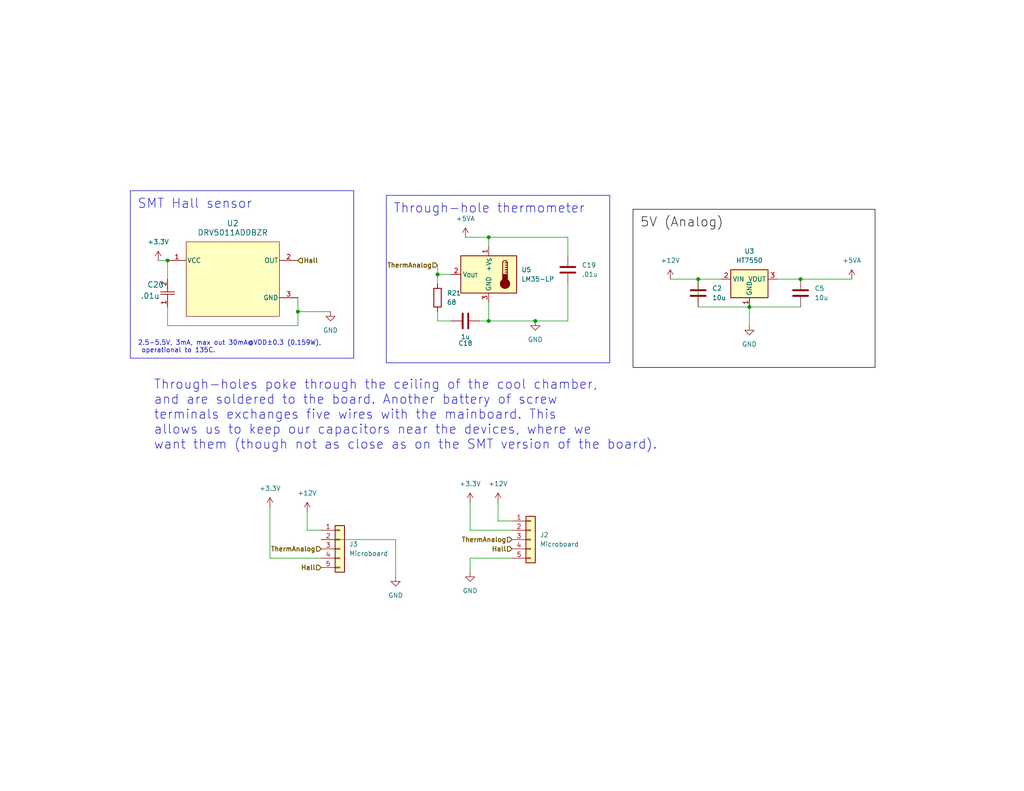
<source format=kicad_sch>
(kicad_sch (version 20231120) (generator "eeschema") (generator_version "8.0")
  (paper "USLetter")
  (title_block (title "dankdryer") (date "2025-02-01") (rev "1.4.0") (company "dirty south supercomputing") (comment 1 "nick black"))
  (lib_symbols
    (symbol "Connector_Generic:Conn_01x05" (pin_names (offset 1.016) hide)
      (property "Reference" "J" (at 0 7.62 0))
      (property "Value" "Conn_01x05" (at 0 -7.62 0))
      (symbol "Conn_01x05_1_1"
        (rectangle (start -1.27 -4.953) (end 0 -5.207) (stroke (width 0.1524)))
        (rectangle (start -1.27 -2.413) (end 0 -2.667) (stroke (width 0.1524)))
        (rectangle (start -1.27 0.127) (end 0 -0.127) (stroke (width 0.1524)))
        (rectangle (start -1.27 2.667) (end 0 2.413) (stroke (width 0.1524)))
        (rectangle (start -1.27 5.207) (end 0 4.953) (stroke (width 0.1524)))
        (rectangle (start -1.27 6.35) (end 1.27 -6.35) (stroke (width 0.254)) (fill (type background)))
        (pin passive line (at -5.08 5.08 0) (length 3.81) (name "Pin_1") (number "1"))
        (pin passive line (at -5.08 2.54 0) (length 3.81) (name "Pin_2") (number "2"))
        (pin passive line (at -5.08 0 0) (length 3.81) (name "Pin_3") (number "3"))
        (pin passive line (at -5.08 -2.54 0) (length 3.81) (name "Pin_4") (number "4"))
        (pin passive line (at -5.08 -5.08 0) (length 3.81) (name "Pin_5") (number "5"))
      )
    )
    (symbol "Device:C" (pin_numbers hide) (pin_names (offset 0.254))
      (property "Reference" "C" (at 0.635 2.54 0))
      (property "Value" "C" (at 0.635 -2.54 0))
      (symbol "C_0_1"
        (polyline (pts (xy -2.032 -0.762) (xy 2.032 -0.762)) (stroke (width 0.508)))
        (polyline (pts (xy -2.032 0.762) (xy 2.032 0.762)) (stroke (width 0.508)))
      )
      (symbol "C_1_1"
        (pin passive line (at 0 3.81 270) (length 2.794) (name "~") (number "1"))
        (pin passive line (at 0 -3.81 90) (length 2.794) (name "~") (number "2"))
      )
    )
    (symbol "Device:R" (pin_numbers hide) (pin_names (offset 0))
      (property "Reference" "R" (at 2.032 0 90))
      (property "Value" "R" (at 0 0 90))
      (symbol "R_0_1"
        (rectangle (start -1.016 -2.54) (end 1.016 2.54) (stroke (width 0.254)))
      )
      (symbol "R_1_1"
        (pin passive line (at 0 3.81 270) (length 1.27) (name "~") (number "1"))
        (pin passive line (at 0 -3.81 90) (length 1.27) (name "~") (number "2"))
      )
    )
    (symbol "Regulator_Linear:HT75xx-1-SOT89"
      (property "Reference" "U" (at -5.08 -3.81 0))
      (property "Value" "HT75xx-1-SOT89" (at 0 6.35 0))
      (symbol "HT75xx-1-SOT89_0_1"
        (rectangle (start -5.08 5.08) (end 5.08 -2.54) (stroke (width 0.254)) (fill (type background)))
      )
      (symbol "HT75xx-1-SOT89_1_1"
        (pin power_in line (at 0 -5.08 90) (length 2.54) (name "GND") (number "1"))
        (pin power_in line (at -7.62 2.54 0) (length 2.54) (name "VIN") (number "2"))
        (pin power_out line (at 7.62 2.54 180) (length 2.54) (name "VOUT") (number "3"))
      )
    )
    (symbol "Sensor_Temperature:LM35-LP"
      (property "Reference" "U" (at -6.35 6.35 0))
      (property "Value" "LM35-LP" (at 1.27 6.35 0))
      (symbol "LM35-LP_0_1"
        (rectangle (start -7.62 5.08) (end 7.62 -5.08) (stroke (width 0.254)) (fill (type background)))
        (circle (center -4.445 -2.54) (radius 1.27) (stroke (width 0.254)) (fill (type outline)))
        (rectangle (start -3.81 -1.905) (end -5.08 0) (stroke (width 0.254)) (fill (type outline)))
        (arc (start -3.81 3.175) (mid -4.445 3.8073) (end -5.08 3.175) (stroke (width 0.254)))
        (polyline (pts (xy -5.08 0.635) (xy -4.445 0.635)) (stroke (width 0.254)))
        (polyline (pts (xy -5.08 1.27) (xy -4.445 1.27)) (stroke (width 0.254)))
        (polyline (pts (xy -5.08 1.905) (xy -4.445 1.905)) (stroke (width 0.254)))
        (polyline (pts (xy -5.08 2.54) (xy -4.445 2.54)) (stroke (width 0.254)))
        (polyline (pts (xy -5.08 3.175) (xy -5.08 0)) (stroke (width 0.254)))
        (polyline (pts (xy -5.08 3.175) (xy -4.445 3.175)) (stroke (width 0.254)))
        (polyline (pts (xy -3.81 3.175) (xy -3.81 0)) (stroke (width 0.254)))
      )
      (symbol "LM35-LP_1_1"
        (pin power_in line (at 0 7.62 270) (length 2.54) (name "+V_{S}") (number "1"))
        (pin output line (at 10.16 0 180) (length 2.54) (name "V_{OUT}") (number "2"))
        (pin power_in line (at 0 -7.62 90) (length 2.54) (name "GND") (number "3"))
      )
    )
    (symbol "dank:CGA5L2NP01H104J160AA" (pin_names (offset 0.254))
      (property "Reference" "C3" (at 5.0801 -3.81 90))
      (property "Value" ".1u" (at 2.5401 -3.81 90))
      (symbol "CGA5L2NP01H104J160AA_1_1"
        (polyline (pts (xy 2.54 0) (xy 3.4798 0)) (stroke (width 0.2032)))
        (polyline (pts (xy 3.4798 -1.905) (xy 3.4798 1.905)) (stroke (width 0.2032)))
        (polyline (pts (xy 4.1148 -1.905) (xy 4.1148 1.905)) (stroke (width 0.2032)))
        (polyline (pts (xy 4.1148 0) (xy 5.08 0)) (stroke (width 0.2032)))
        (pin passive line (at 0 0 0) (length 2.54) (name "") (number "1"))
        (pin passive line (at 7.62 0 180) (length 2.54) (name "") (number "2"))
      )
      (symbol "CGA5L2NP01H104J160AA_1_2"
        (polyline (pts (xy -1.905 -4.1148) (xy 1.905 -4.1148)) (stroke (width 0.2032)))
        (polyline (pts (xy -1.905 -3.4798) (xy 1.905 -3.4798)) (stroke (width 0.2032)))
        (polyline (pts (xy 0 -4.1148) (xy 0 -5.08)) (stroke (width 0.2032)))
        (polyline (pts (xy 0 -2.54) (xy 0 -3.4798)) (stroke (width 0.2032)))
        (pin passive line (at 0 0 270) (length 2.54) (name "") (number "1"))
        (pin passive line (at 0 -7.62 90) (length 2.54) (name "") (number "2"))
      )
    )
    (symbol "dank:DRV5011ADDBZR" (pin_names (offset 0.254))
      (property "Reference" "U" (at 0 2.54 0))
      (property "Value" "DRV5011ADDBZR" (at 0 0 0))
      (symbol "DRV5011ADDBZR_0_1"
        (pin power_in line (at -17.78 5.08 0) (length 5.08) (name "VCC") (number "1"))
        (pin output line (at 17.78 5.08 180) (length 5.08) (name "OUT") (number "2"))
        (pin power_in line (at 17.78 -5.08 180) (length 5.08) (name "GND") (number "3"))
      )
      (symbol "DRV5011ADDBZR_1_1"
        (rectangle (start -12.7 10.16) (end 12.7 -10.16) (fill (type background)))
      )
    )
    (symbol "power:+12V" (power) (pin_numbers hide) (pin_names (offset 0) hide)
      (property "Value" "+12V" (at 0 3.556 0))
      (symbol "+12V_0_1"
        (polyline (pts (xy -0.762 1.27) (xy 0 2.54)))
        (polyline (pts (xy 0 0) (xy 0 2.54)))
        (polyline (pts (xy 0 2.54) (xy 0.762 1.27)))
      )
      (symbol "+12V_1_1"
        (pin power_in line (at 0 0 90) (length 0) (name "~") (number "1"))
      )
    )
    (symbol "power:+3.3V" (power) (pin_numbers hide) (pin_names (offset 0) hide)
      (property "Value" "+3.3V" (at 0 3.556 0))
      (symbol "+3.3V_0_1"
        (polyline (pts (xy -0.762 1.27) (xy 0 2.54)))
        (polyline (pts (xy 0 0) (xy 0 2.54)))
        (polyline (pts (xy 0 2.54) (xy 0.762 1.27)))
      )
      (symbol "+3.3V_1_1"
        (pin power_in line (at 0 0 90) (length 0) (name "~") (number "1"))
      )
    )
    (symbol "power:+5VA" (power) (pin_numbers hide) (pin_names (offset 0) hide)
      (property "Value" "+5VA" (at 0 3.556 0))
      (symbol "+5VA_0_1"
        (polyline (pts (xy -0.762 1.27) (xy 0 2.54)))
        (polyline (pts (xy 0 0) (xy 0 2.54)))
        (polyline (pts (xy 0 2.54) (xy 0.762 1.27)))
      )
      (symbol "+5VA_1_1"
        (pin power_in line (at 0 0 90) (length 0) (name "~") (number "1"))
      )
    )
    (symbol "power:GND" (power) (pin_numbers hide) (pin_names (offset 0) hide)
      (property "Value" "GND" (at 0 -3.81 0))
      (symbol "GND_0_1"
        (polyline (pts (xy 0 0) (xy 0 -1.27) (xy 1.27 -1.27) (xy 0 -2.54) (xy -1.27 -1.27) (xy 0 -1.27)))
      )
      (symbol "GND_1_1"
        (pin power_in line (at 0 0 270) (length 0) (name "~") (number "1"))
      )
    )
  )
  (junction (at 133.35 87.63))
  (junction (at 146.05 87.63))
  (junction (at 133.35 64.77))
  (junction (at 45.72 71.12))
  (junction (at 204.47 83.82))
  (junction (at 218.44 76.2))
  (junction (at 190.5 76.2))
  (junction (at 81.28 85.09))
  (junction (at 119.38 74.93))
  (wire (pts (xy 107.95 147.32) (xy 107.95 157.48)))
  (wire (pts (xy 127 64.77) (xy 133.35 64.77)))
  (wire (pts (xy 43.18 71.12) (xy 45.72 71.12)))
  (wire (pts (xy 146.05 87.63) (xy 154.94 87.63)))
  (wire (pts (xy 133.35 64.77) (xy 133.35 67.31)))
  (wire (pts (xy 119.38 87.63) (xy 119.38 85.09)))
  (wire (pts (xy 190.5 76.2) (xy 196.85 76.2)))
  (wire (pts (xy 135.89 137.16) (xy 135.89 142.24)))
  (wire (pts (xy 204.47 88.9) (xy 204.47 83.82)))
  (wire (pts (xy 128.27 152.4) (xy 128.27 156.21)))
  (wire (pts (xy 128.27 144.78) (xy 139.7 144.78)))
  (wire (pts (xy 45.72 71.12) (xy 45.72 76.2)))
  (wire (pts (xy 81.28 85.09) (xy 81.28 88.9)))
  (wire (pts (xy 133.35 87.63) (xy 133.35 82.55)))
  (wire (pts (xy 133.35 64.77) (xy 154.94 64.77)))
  (wire (pts (xy 182.88 76.2) (xy 190.5 76.2)))
  (wire (pts (xy 204.47 83.82) (xy 190.5 83.82)))
  (wire (pts (xy 204.47 83.82) (xy 218.44 83.82)))
  (wire (pts (xy 128.27 137.16) (xy 128.27 144.78)))
  (wire (pts (xy 119.38 87.63) (xy 123.19 87.63)))
  (wire (pts (xy 154.94 64.77) (xy 154.94 69.85)))
  (wire (pts (xy 212.09 76.2) (xy 218.44 76.2)))
  (wire (pts (xy 81.28 88.9) (xy 45.72 88.9)))
  (wire (pts (xy 119.38 74.93) (xy 119.38 77.47)))
  (wire (pts (xy 190.5 76.2) (xy 190.5 82.55)))
  (wire (pts (xy 135.89 142.24) (xy 139.7 142.24)))
  (wire (pts (xy 83.82 139.7) (xy 83.82 144.78)))
  (wire (pts (xy 133.35 87.63) (xy 146.05 87.63)))
  (wire (pts (xy 139.7 152.4) (xy 128.27 152.4)))
  (wire (pts (xy 73.66 152.4) (xy 87.63 152.4)))
  (wire (pts (xy 87.63 147.32) (xy 107.95 147.32)))
  (wire (pts (xy 154.94 87.63) (xy 154.94 77.47)))
  (wire (pts (xy 45.72 83.82) (xy 45.72 88.9)))
  (wire (pts (xy 81.28 85.09) (xy 90.17 85.09)))
  (wire (pts (xy 218.44 76.2) (xy 232.41 76.2)))
  (wire (pts (xy 130.81 87.63) (xy 133.35 87.63)))
  (wire (pts (xy 81.28 81.28) (xy 81.28 85.09)))
  (wire (pts (xy 119.38 72.39) (xy 119.38 74.93)))
  (wire (pts (xy 119.38 74.93) (xy 123.19 74.93)))
  (wire (pts (xy 73.66 138.43) (xy 73.66 152.4)))
  (wire (pts (xy 83.82 144.78) (xy 87.63 144.78)))
  (text_box "5V (Analog)" (at 172.72 57.15 0) (size 66.04 43.18) (stroke (width 0) (color 0 0 0 1)) (effects (font (size 2.54 2.54)) (justify left top)))
  (text_box "Through-hole thermometer" (at 105.41 53.34 0) (size 60.96 45.72) (effects (font (size 2.54 2.54)) (justify left top)))
  (text_box "SMT Hall sensor" (at 35.56 52.07 0) (size 60.96 45.72) (effects (font (size 2.54 2.54)) (justify left top)))
  (text "2.5-5.5V, 3mA, max out 30mA@VDD±0.3 (0.159W),\n operational to 135C." (at 37.592 94.742 0) (effects (font (size 1.27 1.27)) (justify left)))
  (text "Through-holes poke through the ceiling of the cool chamber,\nand are soldered to the board. Another battery of screw\nterminals exchanges five wires with the mainboard. This\nallows us to keep our capacitors near the devices, where we\nwant them (though not as close as on the SMT version of the board)." (at 41.91 113.284 0) (effects (font (size 2.54 2.54)) (justify left)))
  (hierarchical_label "Hall" (shape input) (at 139.7 149.86 180) (effects (font (thickness 0.254) (bold yes))))
  (hierarchical_label "Hall" (shape input) (at 81.28 71.12 0) (effects (font (thickness 0.254) (bold yes))))
  (hierarchical_label "ThermAnalog" (shape input) (at 119.38 72.39 180) (effects (font (thickness 0.254) (bold yes))))
  (hierarchical_label "ThermAnalog" (shape input) (at 87.63 149.86 180) (effects (font (thickness 0.254) (bold yes))))
  (hierarchical_label "Hall" (shape input) (at 87.63 154.94 180) (effects (font (thickness 0.254) (bold yes))))
  (hierarchical_label "ThermAnalog" (shape input) (at 139.7 147.32 180) (effects (font (thickness 0.254) (bold yes))))
  (symbol (lib_id "Connector_Generic:Conn_01x05") (at 144.78 147.32 0) (unit 1)
    (property "Reference" "J2" (at 147.32 146.0499 0) (effects (justify left)))
    (property "Value" "Microboard" (at 147.32 148.5899 0) (effects (justify left)))
    (property "Footprint" "Connector_JST:JST_VH_B5P-VH-B_1x05_P3.96mm_Vertical" (effects (hide yes)))
    (property "Description" "Generic connector, single row, 01x05, script generated (kicad-library-utils/schlib/autogen/connector/)" (effects (hide yes)))
  )
  (symbol (lib_id "power:+12V") (at 182.88 76.2 0) (unit 1)
    (property "Reference" "#PWR010" (effects (hide yes)))
    (property "Value" "+12V" (at 182.88 71.12 0))
    (property "Description" "Power symbol creates a global label with name \"+12V\"" (effects (hide yes)))
  )
  (symbol (lib_id "power:GND") (at 90.17 85.09 0) (mirror y) (unit 1)
    (property "Reference" "#PWR037" (effects (hide yes)))
    (property "Value" "GND" (at 90.17 90.17 0))
    (property "Description" "Power symbol creates a global label with name \"GND\" , ground" (effects (hide yes)))
  )
  (symbol (lib_id "Device:R") (at 119.38 81.28 0) (unit 1)
    (property "Reference" "R21" (at 121.92 80.0099 0) (effects (justify left)))
    (property "Value" "68" (at 121.92 82.5499 0) (effects (justify left)))
    (property "Footprint" "PCM_Resistor_SMD_AKL:R_0805_2012Metric_Pad1.15x1.40mm_HandSolder" (effects (hide yes)))
    (property "Description" "Resistor" (effects (hide yes)))
  )
  (symbol (lib_id "power:GND") (at 128.27 156.21 0) (unit 1)
    (property "Reference" "#PWR020" (effects (hide yes)))
    (property "Value" "GND" (at 128.27 161.29 0))
    (property "Description" "Power symbol creates a global label with name \"GND\" , ground" (effects (hide yes)))
  )
  (symbol (lib_id "power:+12V") (at 135.89 137.16 0) (unit 1)
    (property "Reference" "#PWR05" (effects (hide yes)))
    (property "Value" "+12V" (at 135.89 132.08 0))
    (property "Description" "Power symbol creates a global label with name \"+12V\"" (effects (hide yes)))
  )
  (symbol (lib_id "power:+5VA") (at 232.41 76.2 0) (unit 1)
    (property "Reference" "#PWR015" (effects (hide yes)))
    (property "Value" "+5VA" (at 232.41 71.12 0))
    (property "Description" "Power symbol creates a global label with name \"+5VA\"" (effects (hide yes)))
  )
  (symbol (lib_id "power:GND") (at 107.95 157.48 0) (unit 1)
    (property "Reference" "#PWR028" (effects (hide yes)))
    (property "Value" "GND" (at 107.95 162.56 0))
    (property "Description" "Power symbol creates a global label with name \"GND\" , ground" (effects (hide yes)))
  )
  (symbol (lib_id "power:+5VA") (at 127 64.77 0) (mirror y) (unit 1)
    (property "Reference" "#PWR051" (effects (hide yes)))
    (property "Value" "+5VA" (at 127 59.69 0))
    (property "Description" "Power symbol creates a global label with name \"+5VA\"" (effects (hide yes)))
  )
  (symbol (lib_id "Device:C") (at 218.44 80.01 0) (unit 1)
    (property "Reference" "C5" (at 222.25 78.7399 0) (effects (justify left)))
    (property "Value" "10u" (at 222.25 81.2799 0) (effects (justify left)))
    (property "Footprint" "Capacitor_SMD:C_0805_2012Metric_Pad1.18x1.45mm_HandSolder" (effects (hide yes)))
    (property "Description" "Unpolarized capacitor" (effects (hide yes)))
  )
  (symbol (lib_id "Connector_Generic:Conn_01x05") (at 92.71 149.86 0) (unit 1)
    (property "Reference" "J3" (at 95.25 148.5899 0) (effects (justify left)))
    (property "Value" "Microboard" (at 95.25 151.1299 0) (effects (justify left)))
    (property "Footprint" "Connector_JST:JST_VH_B5P-VH-B_1x05_P3.96mm_Vertical" (effects (hide yes)))
    (property "Description" "Generic connector, single row, 01x05, script generated (kicad-library-utils/schlib/autogen/connector/)" (effects (hide yes)))
  )
  (symbol (lib_id "Device:C") (at 154.94 73.66 0) (unit 1)
    (property "Reference" "C19" (at 158.75 72.3899 0) (effects (justify left)))
    (property "Value" ".01u" (at 158.75 74.9299 0) (effects (justify left)))
    (property "Footprint" "Capacitor_SMD:C_0805_2012Metric_Pad1.18x1.45mm_HandSolder" (effects (hide yes)))
    (property "Description" "Unpolarized capacitor" (effects (hide yes)))
  )
  (symbol (lib_id "Device:C") (at 190.5 80.01 0) (unit 1)
    (property "Reference" "C2" (at 194.31 78.7399 0) (effects (justify left)))
    (property "Value" "10u" (at 194.31 81.2799 0) (effects (justify left)))
    (property "Footprint" "Capacitor_SMD:C_0805_2012Metric_Pad1.18x1.45mm_HandSolder" (effects (hide yes)))
    (property "Description" "Unpolarized capacitor" (effects (hide yes)))
  )
  (symbol (lib_id "dank:CGA5L2NP01H104J160AA") (at 45.72 83.82 90) (unit 1)
    (property "Reference" "C20" (at 40.132 77.724 90) (effects (font (size 1.524 1.524)) (justify right)))
    (property "Value" ".01u" (at 38.354 80.772 90) (effects (font (size 1.524 1.524)) (justify right)))
    (property "Footprint" "dank:CAP_3216_TDK" (effects (hide yes)))
    (property "Datasheet" "CGA5L2NP01H104J160AA" (effects (hide yes)))
    (property "Description" "High-temperature 1206 ceramic capacitor" (effects (hide yes)))
  )
  (symbol (lib_id "Regulator_Linear:HT75xx-1-SOT89") (at 204.47 78.74 0) (unit 1)
    (property "Reference" "U3" (at 204.47 68.58 0))
    (property "Value" "HT7550" (at 204.47 71.12 0))
    (property "Footprint" "Package_TO_SOT_SMD:SOT-89-3" (effects (hide yes)))
    (property "Datasheet" "https://www.holtek.com/documents/10179/116711/HT75xx-1v250.pdf" (effects (hide yes)))
    (property "Description" "100mA Low Dropout Voltage Regulator, Fixed Output, SOT89" (effects (hide yes)))
  )
  (symbol (lib_id "Sensor_Temperature:LM35-LP") (at 133.35 74.93 0) (mirror y) (unit 1)
    (property "Reference" "U5" (at 142.24 73.6599 0) (effects (justify right)))
    (property "Value" "LM35-LP" (at 142.24 76.1999 0) (effects (justify right)))
    (property "Footprint" "Package_TO_SOT_THT:TO-92_Inline" (effects (hide yes)))
    (property "Datasheet" "http://www.ti.com/lit/ds/symlink/lm35.pdf" (effects (hide yes)))
    (property "Description" "Precision centigrade temperature sensor, TO-92" (effects (hide yes)))
  )
  (symbol (lib_id "power:GND") (at 204.47 88.9 0) (unit 1)
    (property "Reference" "#PWR012" (effects (hide yes)))
    (property "Value" "GND" (at 204.47 93.98 0))
    (property "Description" "Power symbol creates a global label with name \"GND\" , ground" (effects (hide yes)))
  )
  (symbol (lib_id "power:GND") (at 146.05 87.63 0) (unit 1)
    (property "Reference" "#PWR052" (effects (hide yes)))
    (property "Value" "GND" (at 146.05 92.71 0))
    (property "Description" "Power symbol creates a global label with name \"GND\" , ground" (effects (hide yes)))
  )
  (symbol (lib_id "power:+3.3V") (at 73.66 138.43 0) (unit 1)
    (property "Reference" "#PWR024" (effects (hide yes)))
    (property "Value" "+3.3V" (at 73.66 133.35 0))
    (property "Description" "Power symbol creates a global label with name \"+3.3V\"" (effects (hide yes)))
  )
  (symbol (lib_id "power:+3.3V") (at 43.18 71.12 0) (unit 1)
    (property "Reference" "#PWR03" (effects (hide yes)))
    (property "Value" "+3.3V" (at 43.18 66.04 0))
    (property "Description" "Power symbol creates a global label with name \"+3.3V\"" (effects (hide yes)))
  )
  (symbol (lib_id "power:+12V") (at 83.82 139.7 0) (unit 1)
    (property "Reference" "#PWR034" (effects (hide yes)))
    (property "Value" "+12V" (at 83.82 134.62 0))
    (property "Description" "Power symbol creates a global label with name \"+12V\"" (effects (hide yes)))
  )
  (symbol (lib_id "Device:C") (at 127 87.63 270) (unit 1)
    (property "Reference" "C18" (at 127 93.726 90))
    (property "Value" "1u" (at 127 91.948 90))
    (property "Footprint" "Capacitor_SMD:C_0805_2012Metric_Pad1.18x1.45mm_HandSolder" (effects (hide yes)))
    (property "Description" "Unpolarized capacitor" (effects (hide yes)))
  )
  (symbol (lib_id "dank:DRV5011ADDBZR") (at 63.5 76.2 0) (unit 1)
    (property "Reference" "U2" (at 63.5 60.96 0) (effects (font (size 1.524 1.524))))
    (property "Value" "DRV5011ADDBZR" (at 63.5 63.5 0) (effects (font (size 1.524 1.524))))
    (property "Footprint" "dank:DBZ0003A_L" (effects (hide yes)))
    (property "Datasheet" "https://www.ti.com/lit/ds/symlink/drv5011.pdf?HQS=dis-dk-null-digikeymode-dsf-pf-null-wwe&ts=1734941122314" (effects (hide yes)))
    (property "Description" "Digital-latch Hall effect sensor" (effects (hide yes)))
  )
  (symbol (lib_id "power:+3.3V") (at 128.27 137.16 0) (unit 1)
    (property "Reference" "#PWR07" (effects (hide yes)))
    (property "Value" "+3.3V" (at 128.27 132.08 0))
    (property "Description" "Power symbol creates a global label with name \"+3.3V\"" (effects (hide yes)))
  )
)
</source>
